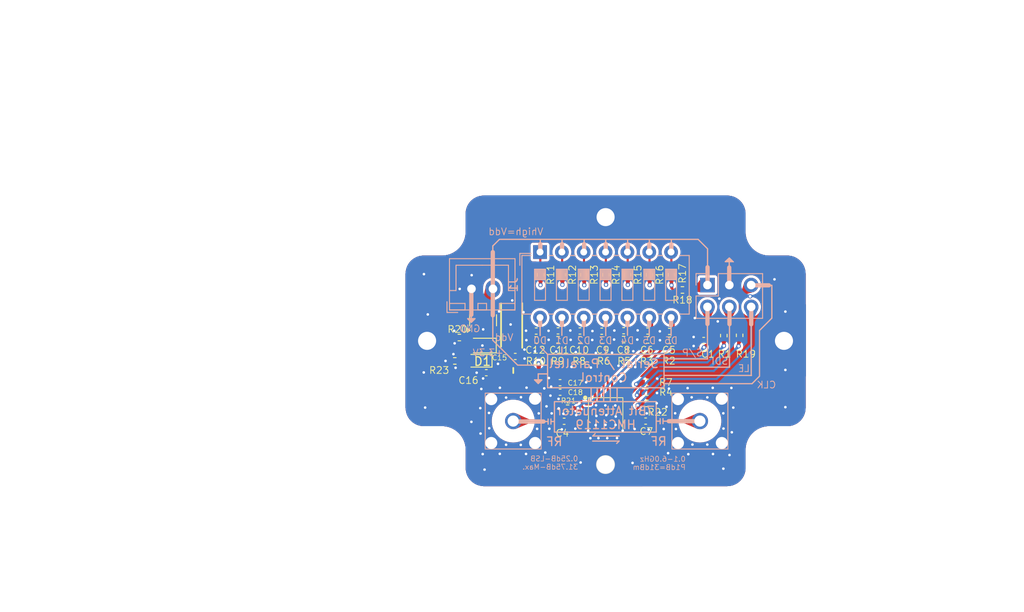
<source format=kicad_pcb>
(kicad_pcb (version 20240108) (generator "pcbnew") (generator_version "8.0")
  (layers (0 "F.Cu" signal) (1 "In1.Cu" signal) (2 "In2.Cu" signal) (31 "B.Cu" signal) (34 "B.Paste" user) (35 "F.Paste" user) (36 "B.SilkS" user "B.Silkscreen") (37 "F.SilkS" user "F.Silkscreen") (38 "B.Mask" user) (39 "F.Mask" user) (44 "Edge.Cuts" user))
  (net 0 "")
  (net 1 "/P{slash}S")
  (net 2 "GND")
  (net 3 "Net-(IC1-ATTNIN)")
  (net 4 "Net-(C4-Pad2)")
  (net 5 "Net-(IC1-D6)")
  (net 6 "Net-(IC1-D5)")
  (net 7 "Net-(IC1-ATTNOUT)")
  (net 8 "Net-(C7-Pad2)")
  (net 9 "Net-(IC1-D4)")
  (net 10 "Net-(IC1-D3)")
  (net 11 "Net-(IC1-D2)")
  (net 12 "Net-(IC1-D1)")
  (net 13 "Net-(IC1-D0)")
  (net 14 "Net-(IC1-CLK)")
  (net 15 "Net-(IC1-SERNIN)")
  (net 16 "/CLK")
  (net 17 "/DATAIN")
  (net 18 "Net-(J1-Pin_3)")
  (net 19 "Net-(J1-Pin_6)")
  (net 20 "Net-(J1-Pin_1)")
  (net 21 "Net-(J1-Pin_2)")
  (net 22 "Net-(J1-Pin_7)")
  (net 23 "Net-(J1-Pin_4)")
  (net 24 "Net-(J1-Pin_5)")
  (net 25 "/LE")
  (net 26 "Net-(J5-Pin_1)")
  (net 27 "Net-(D1-K)")
  (net 28 "/Vdd")
  (net 29 "Net-(D1-A)")
  (net 30 "Net-(D3-A)")
  (net 31 "Net-(J2-Pin_2)")
  (footprint "Capacitor_SMD:C_0402_1005Metric" (layer "F.Cu") (at 166.153 99.673201 180)
    (property "Reference" "C1")
    (property "Value" "100pF")
  )
  (footprint "Resistor_SMD:R_0402_1005Metric" (layer "F.Cu") (at 162.402999 92.023201 -90)
    (property "Reference" "R17")
    (property "Value" "1k")
  )
  (footprint "Resistor_SMD:R_0402_1005Metric" (layer "F.Cu") (at 159.634599 99.606001)
    (property "Reference" "R3")
    (property "Value" "100k")
  )
  (footprint "Resistor_SMD:R_0402_1005Metric" (layer "F.Cu") (at 170.33 99.073201 90)
    (property "Reference" "R19")
    (property "Value" "0")
  )
  (footprint "Capacitor_SMD:C_0402_1005Metric" (layer "F.Cu") (at 154.293 98.593201 180)
    (property "Reference" "C9")
    (property "Value" "100pF")
  )
  (footprint "Capacitor_SMD:C_0402_1005Metric" (layer "F.Cu") (at 156.842999 98.533201 180)
    (property "Reference" "C8")
    (property "Value" "100pF")
  )
  (footprint "MUSIC_Lab:Outline_3x2_cavity_1.5mm" (layer "F.Cu") (at 84.57306 125.195121)
    (property "Reference" "outline1" (hide yes))
    (property "Value" "~" (hide yes))
    (fp_circle (center 70.163748 -11.081921) (end 70.163748 -12.131921) (stroke (width 0.1)) (fill none) (layer "Edge.Cuts"))
    (fp_poly (pts (arc (start 53.907539 -10.683414) (mid 54.522614 -9.198523) (end 56.007491 -8.583414)) (arc (start 84.347539 -8.583413) (mid 85.832429 -9.198514) (end 86.447539 -10.683401)) (arc (start 86.447539 -12.783401) (mid 87.267035 -14.754369) (end 89.242316 -15.563414)) (arc (start 91.327539 -15.563414) (mid 92.812429 -16.178514) (end 93.427539 -17.663401)) (arc (start 93.427539 -33.319696) (mid 92.806647 -34.794049) (end 91.327491 -35.403414)) (arc (start 89.227491 -35.403414) (mid 87.26178 -36.217689) (end 86.447539 -38.183414)) (arc (start 86.447539 -40.266906) (mid 85.838239 -41.762457) (end 84.347491 -42.383415)) (arc (start 55.994958 -42.383414) (mid 54.518224 -41.763835) (end 53.907539 -40.283401)) (arc (start 53.907539 -38.1834) (mid 53.093262 -36.217681) (end 51.127539 -35.403414)) (arc (start 49.014958 -35.403414) (mid 47.538224 -34.783835) (end 46.927539 -33.303401)) (arc (start 46.927539 -17.663414) (mid 47.542614 -16.178523) (end 49.027491 -15.563414)) (arc (start 51.127391 -15.563414) (mid 53.086569 -14.755788) (end 53.907539 -12.802164))) (stroke (width 0.0001)) (fill none) (layer "Edge.Cuts"))
  )
  (footprint "Resistor_SMD:R_0402_1005Metric" (layer "F.Cu") (at 150.333001 107.553201)
    (property "Reference" "R21")
    (property "Value" "100k")
  )
  (footprint "Capacitor_SMD:C_0402_1005Metric" (layer "F.Cu") (at 140.87 103.42)
    (property "Reference" "C16")
    (property "Value" "1uF")
  )
  (footprint "Resistor_SMD:R_0402_1005Metric" (layer "F.Cu") (at 137.21 102.05)
    (property "Reference" "R23")
    (property "Value" "10 kohm")
  )
  (footprint "Resistor_SMD:R_0402_1005Metric" (layer "F.Cu") (at 137.74 99.33)
    (property "Reference" "R20")
    (property "Value" "10 kohm")
  )
  (footprint "MUSIC_Lab:TVS DIOM5226X230N" (layer "F.Cu") (at 143.88 97.95 90)
    (property "Reference" "D2" (hide yes))
    (property "Value" "TVS SMAJ3.3A-TP" (hide yes))
  )
  (footprint "Package_TO_SOT_SMD:SOT-23" (layer "F.Cu") (at 140.5 97.317501 90)
    (property "Reference" "Q1" (hide yes))
    (property "Value" "Q_PMOS_GSD")
  )
  (footprint "Capacitor_SMD:C_0402_1005Metric" (layer "F.Cu") (at 144.24 101.53 180)
    (property "Reference" "C15")
    (property "Value" "10 uF")
  )
  (footprint "MUSIC_Lab:Bead0603 BEADC1608X100N" (layer "F.Cu") (at 144.01 103.16)
    (property "Reference" "FB1" (hide yes))
    (property "Value" "Bead MG1608-152Y" (hide yes))
  )
  (footprint "Resistor_SMD:R_0402_1005Metric" (layer "F.Cu") (at 147.182999 92.023201 -90)
    (property "Reference" "R11")
    (property "Value" "1k")
  )
  (footprint "Resistor_SMD:R_0402_1005Metric" (layer "F.Cu") (at 159.553001 104.543201 180)
    (property "Reference" "R7")
    (property "Value" "100k")
  )
  (footprint "Capacitor_SMD:C_0402_1005Metric" (layer "F.Cu") (at 162.163 98.6132 180)
    (property "Reference" "C5")
    (property "Value" "100pF")
  )
  (footprint "Capacitor_SMD:C_0402_1005Metric" (layer "F.Cu") (at 159.402599 109.049601)
    (property "Reference" "C7")
    (property "Value" "100pF")
  )
  (footprint "Resistor_SMD:R_0402_1005Metric" (layer "F.Cu") (at 168.492999 99.1032 90)
    (property "Reference" "R1")
    (property "Value" "0")
  )
  (footprint "Resistor_SMD:R_0402_1005Metric" (layer "F.Cu") (at 154.294599 99.626001)
    (property "Reference" "R6")
    (property "Value" "100k")
  )
  (footprint "Capacitor_SMD:C_0402_1005Metric" (layer "F.Cu") (at 149.923 109.0732 180)
    (property "Reference" "C4")
    (property "Value" "100pF")
  )
  (footprint "Resistor_SMD:R_0402_1005Metric" (layer "F.Cu") (at 146.674599 99.606)
    (property "Reference" "R10")
    (property "Value" "100k")
  )
  (footprint "LED_SMD:LED_0603_1608Metric_Pad1.05x0.95mm_HandSolder" (layer "F.Cu") (at 139.88 102.03 180)
    (property "Reference" "D3" (hide yes))
    (property "Value" "LED")
  )
  (footprint "Resistor_SMD:R_0402_1005Metric" (layer "F.Cu") (at 162.164599 99.646001)
    (property "Reference" "R2")
    (property "Value" "100k")
  )
  (footprint "Capacitor_SMD:C_0402_1005Metric" (layer "F.Cu") (at 159.632999 98.573201 180)
    (property "Reference" "C6")
    (property "Value" "100pF")
  )
  (footprint "Resistor_SMD:R_0402_1005Metric" (layer "F.Cu") (at 152.256335 92.023201 -90)
    (property "Reference" "R13")
    (property "Value" "1k")
  )
  (footprint "Resistor_SMD:R_0402_1005Metric" (layer "F.Cu") (at 163.68 93.79 180)
    (property "Reference" "R18")
    (property "Value" "1k")
  )
  (footprint "MUSIC_Lab:Antennuator-HMC1119-QFN50P400X400X95-25N-D" (layer "F.Cu") (at 154.7506 108.326001)
    (property "Reference" "IC1" (hide yes))
    (property "Value" "HMC1119LP4METR" (hide yes))
  )
  (footprint "Resistor_SMD:R_0402_1005Metric" (layer "F.Cu") (at 157.329668 92.023201 -90)
    (property "Reference" "R15")
    (property "Value" "1k")
  )
  (footprint "Capacitor_SMD:C_0402_1005Metric" (layer "F.Cu") (at 149.46 105.69)
    (property "Reference" "C18")
    (property "Value" "0.1nF")
  )
  (footprint "Resistor_SMD:R_0402_1005Metric" (layer "F.Cu") (at 154.793001 92.023201 -90)
    (property "Reference" "R14")
    (property "Value" "1k")
  )
  (footprint "Capacitor_SMD:C_0402_1005Metric" (layer "F.Cu") (at 149.45 104.58)
    (property "Reference" "C17")
    (property "Value" "0.1 uF")
  )
  (footprint "Resistor_SMD:R_0402_1005Metric" (layer "F.Cu") (at 159.532999 105.673201 180)
    (property "Reference" "R4")
    (property "Value" "100k")
  )
  (footprint "Resistor_SMD:R_0402_1005Metric" (layer "F.Cu") (at 149.719669 92.023201 -90)
    (property "Reference" "R12")
    (property "Value" "1k")
  )
  (footprint "Capacitor_SMD:C_0402_1005Metric" (layer "F.Cu") (at 146.672999 98.573201 180)
    (property "Reference" "C12")
    (property "Value" "100pF")
  )
  (footprint "Diode_SMD:D_SOD-323" (layer "F.Cu") (at 140.42 100.26 180)
    (property "Reference" "D1")
    (property "Value" "D_Schottky")
  )
  (footprint "Resistor_SMD:R_0402_1005Metric" (layer "F.Cu") (at 149.2146 99.586)
    (property "Reference" "R9")
    (property "Value" "100k")
  )
  (footprint "Resistor_SMD:R_0402_1005Metric" (layer "F.Cu") (at 156.8446 99.566001)
    (property "Reference" "R5")
    (property "Value" "100k")
  )
  (footprint "Resistor_SMD:R_0402_1005Metric" (layer "F.Cu") (at 151.764599 99.591)
    (property "Reference" "R8")
    (property "Value" "100k")
  )
  (footprint "Resistor_SMD:R_0402_1005Metric" (layer "F.Cu") (at 159.542999 106.993201 180)
    (property "Reference" "R22")
    (property "Value" "100k")
  )
  (footprint "Resistor_SMD:R_0402_1005Metric" (layer "F.Cu") (at 159.866333 92.023201 -90)
    (property "Reference" "R16")
    (property "Value" "1k")
  )
  (footprint "Capacitor_SMD:C_0402_1005Metric" (layer "F.Cu") (at 149.212999 98.553201 180)
    (property "Reference" "C11")
    (property "Value" "100pF")
  )
  (footprint "Capacitor_SMD:C_0402_1005Metric" (layer "F.Cu") (at 151.763 98.563201 180)
    (property "Reference" "C10")
    (property "Value" "100pF")
  )
  (footprint "Connector_PinHeader_2.54mm:PinHeader_2x03_P2.54mm_Vertical" (layer "B.Cu") (at 166.59 93.22 -90)
    (property "Reference" "J5" (hide yes))
    (property "Value" "Conn_02x03_Odd_Even")
  )
  (footprint "MUSIC_Lab:SMA_KHD_Back" (layer "B.Cu") (at 143.9984 109.049601 -90)
    (property "Reference" "SMA1" (hide yes))
    (property "Value" "~" (hide yes))
  )
  (footprint "Connector_JST:JST_XH_B2B-XH-A_1x02_P2.50mm_Vertical" (layer "B.Cu") (at 139.15 93.66)
    (property "Reference" "J2" (hide yes))
    (property "Value" "Conn_01x02_Pin")
  )
  (footprint "MUSIC_Lab:SMA_KHD_Back" (layer "B.Cu") (at 165.710799 109.049601 -90)
    (property "Reference" "SMA2" (hide yes))
    (property "Value" "~" (hide yes))
  )
  (footprint "Button_Switch_THT:SW_DIP_SPSTx07_Slide_6.7x19.34mm_W7.62mm_P2.54mm_LowProfile" (layer "B.Cu") (at 147.12 89.38 -90)
    (property "Reference" "J1")
    (property "Value" "Conn_02x07_Counter_Clockwise")
  )
  (gr_line (start 159.82 97.8975) (end 159.82 99.1) (stroke (width 0.15)) (layer "B.SilkS"))
  (gr_line (start 149.68 88.455) (end 149.68 87.97) (stroke (width 0.15)) (layer "B.SilkS"))
  (gr_line (start 148.39 108.805) (end 148.39 109.395) (stroke (width 0.15)) (layer "B.SilkS"))
  (gr_line (start 169.15 95.75) (end 169.15 97.77) (stroke (width 0.5)) (layer "B.SilkS"))
  (gr_line (start 166.59 101.82) (end 166.59 97.37) (stroke (width 0.15)) (layer "B.SilkS"))
  (gr_line (start 169.16 102.776666) (end 161.5673 102.776666) (stroke (width 0.15)) (layer "B.SilkS"))
  (gr_line (start 174.078601 97.07) (end 174.078601 93.25) (stroke (width 0.15)) (layer "B.SilkS"))
  (gr_line (start 154.76 97.905) (end 154.76 99.11) (stroke (width 0.15)) (layer "B.SilkS"))
  (gr_line (start 141.63 96.28) (end 141.63 99.650701) (stroke (width 0.15)) (layer "B.SilkS"))
  (gr_line (start 166.605 89.005) (end 165.5 87.9) (stroke (width 0.15)) (layer "B.SilkS"))
  (gr_line (start 165.8 109.06) (end 162.09 109.06) (stroke (width 0.5)) (layer "B.SilkS"))
  (gr_line (start 146.9118 103.56) (end 146.9118 104.601402) (stroke (width 0.15)) (layer "B.SilkS"))
  (gr_line (start 141.63 89.39) (end 141.63 96.74) (stroke (width 0.5)) (layer "B.SilkS"))
  (gr_line (start 166.599999 91.15) (end 166.599999 93.27) (stroke (width 0.5)) (layer "B.SilkS"))
  (gr_line (start 157.31 88.475) (end 157.31 89.445) (stroke (width 0.5)) (layer "B.SilkS"))
  (gr_line (start 147.15 88.455) (end 147.15 87.97) (stroke (width 0.15)) (layer "B.SilkS"))
  (gr_line (start 152.22 101.2625) (end 152.22 100.44) (stroke (width 0.15)) (layer "B.SilkS"))
  (gr_line (start 156.322536 110.787463) (end 153.252536 110.787463) (stroke (width 0.15)) (layer "B.SilkS"))
  (gr_line (start 166.59 95.76) (end 166.59 97.75) (stroke (width 0.5)) (layer "B.SilkS"))
  (gr_line (start 169.119999 91.293601) (end 169.119999 90.5) (stroke (width 0.15)) (layer "B.SilkS"))
  (gr_line (start 169.15 102.78) (end 169.15 97.36) (stroke (width 0.15)) (layer "B.SilkS"))
  (gr_line (start 154.520501 106.76) (end 154.520501 105.2) (stroke (width 0.15)) (layer "B.SilkS"))
  (gr_line (start 147.97 103.56) (end 146.92 103.56) (stroke (width 0.15)) (layer "B.SilkS"))
  (gr_line (start 157.29 97.8875) (end 157.29 99.07) (stroke (width 0.15)) (layer "B.SilkS"))
  (gr_poly (pts (xy 169.57 90.5) (xy 168.659999 90.5) (xy 169.13 90.068199)) (stroke (width 0.15)) (fill solid) (layer "B.SilkS"))
  (gr_line (start 171.71 103.737633) (end 161.5673 103.737633) (stroke (width 0.15)) (layer "B.SilkS"))
  (gr_line (start 147.13 97.8675) (end 147.13 96.8975) (stroke (width 0.5)) (layer "B.SilkS"))
  (gr_poly (pts (xy 146.48 104.25) (xy 147.3436 104.25) (xy 146.911799 104.681801)) (stroke (width 0.15)) (fill solid) (layer "B.SilkS"))
  (gr_line (start 162.36 97.8975) (end 162.36 96.9275) (stroke (width 0.5)) (layer "B.SilkS"))
  (gr_line (start 147.52 109.100401) (end 144.14 109.100401) (stroke (width 0.5)) (layer "B.SilkS"))
  (gr_line (start 154.76 88.435) (end 154.76 89.405) (stroke (width 0.5)) (layer "B.SilkS"))
  (gr_line (start 166.6 101.815699) (end 161.5673 101.815699) (stroke (width 0.15)) (layer "B.SilkS"))
  (gr_line (start 154.76 97.905) (end 154.76 96.935) (stroke (width 0.5)) (layer "B.SilkS"))
  (gr_line (start 149.68 88.455) (end 149.68 89.425) (stroke (width 0.5)) (layer "B.SilkS"))
  (gr_line (start 139.129999 93.69) (end 139.129999 96.67) (stroke (width 0.5)) (layer "B.SilkS"))
  (gr_line (start 157.29 101.2625) (end 157.29 100.4) (stroke (width 0.15)) (layer "B.SilkS"))
  (gr_line (start 148.06 108.815) (end 148.06 109.405) (stroke (width 0.15)) (layer "B.SilkS"))
  (gr_line (start 159.83 88.455) (end 159.83 87.94) (stroke (width 0.15)) (layer "B.SilkS"))
  (gr_line (start 147.999499 101.2786) (end 147.172889 100.45199) (stroke (width 0.15)) (layer "B.SilkS"))
  (gr_line (start 155.295202 106.78) (end 155.295202 105.19) (stroke (width 0.15)) (layer "B.SilkS"))
  (gr_line (start 173.73 93.25) (end 171.635 93.25) (stroke (width 0.5)) (layer "B.SilkS"))
  (gr_line (start 171.77 104.6986) (end 161.58 104.6986) (stroke (width 0.15)) (layer "B.SilkS"))
  (gr_line (start 162.39 88.47) (end 162.39 89.44) (stroke (width 0.5)) (layer "B.SilkS"))
  (gr_line (start 156.037609 111.65239) (end 156.312536 111.377463) (stroke (width 0.15)) (layer "B.SilkS"))
  (gr_line (start 152.22 97.8875) (end 152.22 96.9175) (stroke (width 0.5)) (layer "B.SilkS"))
  (gr_line (start 156.312536 111.377463) (end 153.242536 111.377463) (stroke (width 0.15)) (layer "B.SilkS"))
  (gr_line (start 159.82 97.8975) (end 159.82 96.9275) (stroke (width 0.5)) (layer "B.SilkS"))
  (gr_line (start 149.66 97.8575) (end 149.66 96.8875) (stroke (width 0.5)) (layer "B.SilkS"))
  (gr_line (start 162.364309 100.45199) (end 161.537699 101.2786) (stroke (width 0.15)) (layer "B.SilkS"))
  (gr_line (start 144.523046 102.543747) (end 141.63 99.650701) (stroke (width 0.15)) (layer "B.SilkS"))
  (gr_line (start 147.15 88.455) (end 147.15 89.425) (stroke (width 0.5)) (layer "B.SilkS"))
  (gr_line (start 149.66 97.8575) (end 149.66 99.07) (stroke (width 0.15)) (layer "B.SilkS"))
  (gr_line (start 153.527463 110.512536) (end 153.252536 110.787463) (stroke (width 0.15)) (layer "B.SilkS"))
  (gr_poly (pts (xy 138.7 97.13) (xy 139.5636 97.13) (xy 139.131799 97.561801)) (stroke (width 0.15)) (fill solid) (layer "B.SilkS"))
  (gr_line (start 162.36 97.8975) (end 162.36 99.1) (stroke (width 0.15)) (layer "B.SilkS"))
  (gr_line (start 172.642452 103.83) (end 172.642452 98.506149) (stroke (width 0.15)) (layer "B.SilkS"))
  (gr_line (start 171.68 95.745) (end 171.68 97.78) (stroke (width 0.5)) (layer "B.SilkS"))
  (gr_line (start 142.384999 87.914286) (end 141.651883 88.647402) (stroke (width 0.15)) (layer "B.SilkS"))
  (gr_line (start 169.119999 91.18) (end 169.119999 93.21) (stroke (width 0.5)) (layer "B.SilkS"))
  (gr_line (start 161.5 109.06) (end 162.09 109.06) (stroke (width 0.15)) (layer "B.SilkS"))
  (gr_line (start 161.09 109.06) (end 160.69 109.06) (stroke (width 0.15)) (layer "B.SilkS"))
  (gr_line (start 153.7712 106.77) (end 153.7712 105.19) (stroke (width 0.15)) (layer "B.SilkS"))
  (gr_line (start 147.98 109.1) (end 147.28 109.1) (stroke (width 0.15)) (layer "B.SilkS"))
  (gr_line (start 159.82 101.2725) (end 159.82 100.38) (stroke (width 0.15)) (layer "B.SilkS"))
  (gr_line (start 139.1318 96.44) (end 139.1318 97.481402) (stroke (width 0.15)) (layer "B.SilkS"))
  (gr_poly (pts (xy 148.7952 110.3348) (xy 148.7952 106.79) (xy 160.6334 106.79) (xy 160.633401 110.334801)) (stroke (width 0.15)) (fill none) (layer "B.SilkS"))
  (gr_line (start 165.5 87.9) (end 142.44 87.9) (stroke (width 0.15)) (layer "B.SilkS"))
  (gr_line (start 157.31 88.475) (end 157.31 87.97) (stroke (width 0.15)) (layer "B.SilkS"))
  (gr_line (start 152.25 88.455) (end 152.25 87.97) (stroke (width 0.15)) (layer "B.SilkS"))
  (gr_line (start 153.06 106.79) (end 153.06 105.17) (stroke (width 0.15)) (layer "B.SilkS"))
  (gr_line (start 157.29 97.8875) (end 157.29 96.9175) (stroke (width 0.5)) (layer "B.SilkS"))
  (gr_line (start 147.13 97.8675) (end 147.13 99.09) (stroke (width 0.15)) (layer "B.SilkS"))
  (gr_line (start 173.285 93.25) (end 174.078601 93.25) (stroke (width 0.15)) (layer "B.SilkS"))
  (gr_line (start 172.621801 103.846799) (end 171.77 104.6986) (stroke (width 0.15)) (layer "B.SilkS"))
  (gr_line (start 152.25 88.455) (end 152.25 89.425) (stroke (width 0.5)) (layer "B.SilkS"))
  (gr_line (start 159.83 88.455) (end 159.83 89.425) (stroke (width 0.5)) (layer "B.SilkS"))
  (gr_line (start 171.68 103.75) (end 171.68 97.355) (stroke (width 0.15)) (layer "B.SilkS"))
  (gr_poly (pts (xy 161.5377 105.17) (xy 147.9995 105.17) (xy 147.999499 101.2786) (xy 161.537699 101.2786)) (stroke (width 0.15)) (fill none) (layer "B.SilkS"))
  (gr_line (start 154.76 101.28) (end 154.76 100.43) (stroke (width 0.15)) (layer "B.SilkS"))
  (gr_line (start 141.63 90.990357) (end 141.63 88.649643) (stroke (width 0.15)) (layer "B.SilkS"))
  (gr_line (start 174.078601 97.07) (end 172.642452 98.506149) (stroke (width 0.15)) (layer "B.SilkS"))
  (gr_line (start 152.22 97.8875) (end 152.22 99.09) (stroke (width 0.15)) (layer "B.SilkS"))
  (gr_line (start 149.66 101.2325) (end 149.66 100.44) (stroke (width 0.15)) (layer "B.SilkS"))
  (gr_line (start 154.76 88.435) (end 154.76 87.98) (stroke (width 0.15)) (layer "B.SilkS"))
  (gr_line (start 148.44 109.1) (end 148.77 109.1) (stroke (width 0.15)) (layer "B.SilkS"))
  (gr_line (start 162.39 88.47) (end 162.39 87.93) (stroke (width 0.15)) (layer "B.SilkS"))
  (gr_line (start 166.599999 91.54) (end 166.599999 89.05) (stroke (width 0.15)) (layer "B.SilkS"))
  (gr_line (start 161.42 108.765) (end 161.42 109.355) (stroke (width 0.15)) (layer "B.SilkS"))
  (gr_line (start 147.98 102.54) (end 144.58 102.54) (stroke (width 0.15)) (layer "B.SilkS"))
  (gr_line (start 156.082601 106.77) (end 156.082601 105.19) (stroke (width 0.15)) (layer "B.SilkS"))
  (gr_line (start 161.09 108.775) (end 161.09 109.365) (stroke (width 0.15)) (layer "B.SilkS"))
  (gr_text "D3\n" (at 155.586668 100.15 0) (layer "B.SilkS") (effects (font (size 0.8 0.8) (thickness 0.1)) (justify left bottom mirror)))
  (gr_text "D6" (at 163.19667 100.15 0) (layer "B.SilkS") (effects (font (size 0.8 0.8) (thickness 0.1)) (justify left bottom mirror)))
  (gr_text "D0" (at 147.97667 100.15 0) (layer "B.SilkS") (effects (font (size 0.8 0.8) (thickness 0.1)) (justify left bottom mirror)))
  (gr_text "Vhigh=Vdd" (at 147.56 87.47 0) (layer "B.SilkS") (effects (font (size 0.8 0.8) (thickness 0.1)) (justify left bottom mirror)))
  (gr_text "Vdd" (at 144.08 99.78 0) (layer "B.SilkS") (effects (font (size 0.8 0.8) (thickness 0.1)) (justify left bottom mirror)))
  (gr_text "0.1-6.0GHz\nP1dB=31dBm" (at 164.1 114.78 0) (layer "B.SilkS") (effects (font (size 0.6 0.6) (thickness 0.08)) (justify left bottom mirror)))
  (gr_text "S/P" (at 166.09 101.5686 0) (layer "B.SilkS") (effects (font (size 0.8 0.8) (thickness 0.1)) (justify left bottom mirror)))
  (gr_text "7Bit Attenuator\nHMC1119" (at 154.75 110.06 0) (layer "B.SilkS") (effects (font (size 1 1)) (justify bottom mirror)))
  (gr_text "RF" (at 149.81 112.03 0) (layer "B.SilkS") (effects (font (size 1 1)) (justify left bottom mirror)))
  (gr_text "SDI" (at 169.06 102.54 0) (layer "B.SilkS") (effects (font (size 0.8 0.8) (thickness 0.1)) (justify left bottom mirror)))
  (gr_text "GND" (at 140.24 98.76 0) (layer "B.SilkS") (effects (font (size 0.8 0.8) (thickness 0.1)) (justify left bottom mirror)))
  (gr_text "D2" (at 153.050002 100.15 0) (layer "B.SilkS") (effects (font (size 0.8 0.8) (thickness 0.1)) (justify left bottom mirror)))
  (gr_text "LE" (at 171.58 103.3886 0) (layer "B.SilkS") (effects (font (size 0.8 0.8) (thickness 0.1)) (justify left bottom mirror)))
  (gr_text "D1" (at 150.513336 100.15 0) (layer "B.SilkS") (effects (font (size 0.8 0.8) (thickness 0.1)) (justify left bottom mirror)))
  (gr_text "Serial / Parallel\nControl" (at 154.54 104.565599 0) (layer "B.SilkS") (effects (font (size 1 1)) (justify bottom mirror)))
  (gr_text "RF" (at 161.94 112 0) (layer "B.SilkS") (effects (font (size 1 1)) (justify left bottom mirror)))
  (gr_text "0.25dB-LSB\n31.75dB-Max." (at 151.59 114.74 0) (layer "B.SilkS") (effects (font (size 0.6 0.6) (thickness 0.08)) (justify left bottom mirror)))
  (gr_text "CLK" (at 174.63 105.2986 0) (layer "B.SilkS") (effects (font (size 0.8 0.8) (thickness 0.1)) (justify left bottom mirror)))
  (gr_text "D4" (at 158.123334 100.15 0) (layer "B.SilkS") (effects (font (size 0.8 0.8) (thickness 0.1)) (justify left bottom mirror)))
  (gr_text "+3.3V" (at 142.94 101.56 0) (layer "B.SilkS") (effects (font (size 0.8 0.8) (thickness 0.1)) (justify left bottom mirror)))
  (gr_text "D5" (at 160.66 100.15 0) (layer "B.SilkS") (effects (font (size 0.8 0.8) (thickness 0.1)) (justify left bottom mirror)))
  (segment (start 166.633001 95.803001) (end 166.59 95.76) (width 0.25) (layer "F.Cu") (net 1))
  (segment (start 151.526477 107.553201) (end 150.842999 107.553201) (width 0.25) (layer "F.Cu") (net 1))
  (segment (start 151.513 107.566678) (end 151.531485 107.548192) (width 0.25) (layer "F.Cu") (net 1))
  (segment (start 152.022322 108.076) (end 151.513 107.566678) (width 0.25) (layer "F.Cu") (net 1))
  (segment (start 166.59 95.76) (end 166.581201 95.76) (width 0.25) (layer "F.Cu") (net 1))
  (segment (start 166.19 100.47) (end 166.633001 100.026999) (width 0.25) (layer "F.Cu") (net 1))
  (segment (start 151.531485 107.548192) (end 151.526477 107.553201) (width 0.25) (layer "F.Cu") (net 1))
  (segment (start 152.7506 108.076) (end 152.022322 108.076) (width 0.25) (layer "F.Cu") (net 1))
  (segment (start 166.633001 100.026999) (end 166.633001 95.803001) (width 0.25) (layer "F.Cu") (net 1))
  (segment (start 166.581201 95.76) (end 166.573 95.768201) (width 0.25) (layer "F.Cu") (net 1))
  (via (at 151.531485 107.548192) (size 0.5) (drill 0.3) (layers "F.Cu" "B.Cu") (net 1))
  (via (at 166.19 100.47) (size 0.5) (drill 0.3) (layers "F.Cu" "B.Cu") (net 1))
  (segment (start 165.426799 101.233201) (end 158.682999 101.233201) (width 0.25) (layer "B.Cu") (net 1))
  (segment (start 152.922999 106.993201) (end 152.086477 106.993201) (width 0.25) (layer "B.Cu") (net 1))
  (segment (start 158.682999 101.233201) (end 152.922999 106.993201) (width 0.25) (layer "B.Cu") (net 1))
  (segment (start 152.086477 106.993201) (end 151.531485 107.548192) (width 0.25) (layer "B.Cu") (net 1))
  (segment (start 166.19 100.47) (end 165.426799 101.233201) (width 0.25) (layer "B.Cu") (net 1))
  (segment (start 154.500599 108.576001) (end 154.7506 108.326001) (width 0.3) (layer "F.Cu") (net 2))
  (segment (start 154.777799 108.3532) (end 154.7506 108.326001) (width 0.3) (layer "F.Cu") (net 2))
  (segment (start 155.000599 108.576) (end 154.823 108.398401) (width 0.3) (layer "F.Cu") (net 2))
  (segment (start 152.7178 108.543201) (end 150.813 108.543201) (width 0.25) (layer "F.Cu") (net 2))
  (segment (start 154.823 108.398401) (end 154.823 108.3532) (width 0.3) (layer "F.Cu") (net 2))
  (segment (start 152.7506 108.576) (end 154.500599 108.576001) (width 0.3) (layer "F.Cu") (net 2))
  (segment (start 156.783399 108.543201) (end 158.503 108.543201) (width 0.25) (layer "F.Cu") (net 2))
  (segment (start 156.7506 108.576) (end 156.783399 108.543201) (width 0.25) (layer "F.Cu") (net 2))
  (segment (start 156.7506 108.576) (end 155.000599 108.576) (width 0.3) (layer "F.Cu") (net 2))
  (segment (start 154.823 108.3532) (end 154.777799 108.3532) (width 0.3) (layer "F.Cu") (net 2))
  (segment (start 150.813 108.543201) (end 149.823 107.553199) (width 0.25) (layer "F.Cu") (net 2))
  (segment (start 158.503 108.543201) (end 160.053 106.993201) (width 0.25) (layer "F.Cu") (net 2))
  (segment (start 152.7506 108.576) (end 152.7178 108.543201) (width 0.25) (layer "F.Cu") (net 2))
  (via (at 156.733 110.163201) (size 0.5) (drill 0.3) (layers "F.Cu" "B.Cu") (net 2))
  (via (at 141.182999 108.103201) (size 0.5) (drill 0.3) (layers "F.Cu" "B.Cu") (net 2))
  (via (at 167.202999 105.183201) (size 0.5) (drill 0.3) (layers "F.Cu" "B.Cu") (net 2))
  (via (at 159.532999 108.153201) (size 0.5) (drill 0.3) (layers "F.Cu" "B.Cu") (net 2))
  (via (at 149.653 110.013201) (size 0.5) (drill 0.3) (layers "F.Cu" "B.Cu") (net 2))
  (via (at 169.592999 107.483201) (size 0.5) (drill 0.3) (layers "F.Cu" "B.Cu") (net 2))
  (via (at 137.19 100) (size 0.5) (drill 0.3) (layers "F.Cu" "B.Cu") (net 2))
  (via (at 158.433 99.5732) (size 0.5) (drill 0.3) (layers "F.Cu" "B.Cu") (net 2))
  (via (at 145.533 99.6332) (size 0.5) (drill 0.3) (layers "F.Cu" "B.Cu") (net 2))
  (via (at 175.65 107.43) (size 0.5) (drill 0.3) (layers "F.Cu" "B.Cu") (net 2))
  (via (at 147.612999 105.243201) (size 0.5) (drill 0.3) (layers "F.Cu" "B.Cu") (net 2))
  (via (at 153.212999 98.573201) (size 0.5) (drill 0.3) (layers "F.Cu" "B.Cu") (net 2))
  (via (at 171.552999 94.533201) (size 0.5) (drill 0.3) (layers "F.Cu" "B.Cu") (net 2))
  (via (at 166.572999 106.2932) (size 0.5) (drill 0.3) (layers "F.Cu" "B.Cu") (net 2))
  (via (at 143.89 95.01) (size 0.5) (drill 0.3) (layers "F.Cu" "B.Cu") (net 2))
  (via (at 152.972999 111.043201) (size 0.5) (drill 0.3) (layers "F.Cu" "B.Cu") (net 2))
  (via (at 164.752999 106.283201) (size 0.5) (drill 0.3) (layers "F.Cu" "B.Cu") (net 2))
  (via (at 144.903 106.2732) (size 0.5) (drill 0.3) (layers "F.Cu" "B.Cu") (net 2))
  (via (at 155.872999 107.2332) (size 0.5) (drill 0.3) (layers "F.Cu" "B.Cu") (net 2))
  (via (at 156.242999 102.6132) (size 0.5) (drill 0.3) (layers "F.Cu" "B.Cu") (net 2))
  (via (at 153.913 111.033201) (size 0.5) (drill 0.3) (layers "F.Cu" "B.Cu") (net 2))
  (via (at 137.05 101.26) (size 0.5) (drill 0.3) (layers "F.Cu" "B.Cu") (net 2))
  (via (at 155.922999 108.523201) (size 0.5) (drill 0.3) (layers "F.Cu" "B.Cu") (net 2))
  (via (at 142.442999 112.863201) (size 0.5) (drill 0.3) (layers "F.Cu" "B.Cu") (net 2))
  (via (at 148.15 104.04) (size 0.5) (drill 0.3) (layers "F.Cu" "B.Cu") (net 2))
  (via (at 154.733001 109.493201) (size 0.5) (drill 0.3) (layers "F.Cu" "B.Cu") (net 2))
  (via (at 175.65 103.1) (size 0.5) (drill 0.3) (layers "F.Cu" "B.Cu") (net 2))
  (via (at 167.97 94.8) (size 0.5) (drill 0.3) (layers "F.Cu" "B.Cu") (net 2))
  (via (at 167.232999 112.883201) (size 0.5) (drill 0.3) (layers "F.Cu" "B.Cu") (net 2))
  (via (at 164.983 99.2632) (size 0.5) (drill 0.3) (layers "F.Cu" "B.Cu") (net 2))
  (via (at 133.62 91.95) (size 0.5) (drill 0.3) (layers "F.Cu" "B.Cu") (net 2))
  (via (at 149.272999 106.463201) (size 0.5) (drill 0.3) (layers "F.Cu" "B.Cu") (net 2))
  (via (at 145.552999 105.1632) (size 0.5) (drill 0.3) (layers "F.Cu" "B.Cu") (net 2))
  (via (at 148.113 98.5432) (size 0.5) (drill 0.3) (layers "F.Cu" "B.Cu") (net 2))
  (via (at 161.082999 108.073201) (size 0.5) (drill 0.3) (layers "F.Cu" "B.Cu") (net 2))
  (via (at 167.79 97.45) (size 0.5) (drill 0.3) (layers "F.Cu" "B.Cu") (net 2))
  (via (at 162.923 109.9732) (size 0.5) (drill 0.3) (layers "F.Cu" "B.Cu") (net 2))
  (via (at 137.78 93.67) (size 0.5) (drill 0.3) (layers "F.Cu" "B.Cu") (net 2))
  (via (at 153.613 101.1232) (size 0.5) (drill 0.3) (layers "F.Cu" "B.Cu") (net 2))
  (via (at 169.372999 105.193201) (size 0.5) (drill 0.3) (layers "F.Cu" "B.Cu") (net 2))
  (via (at 140.453 112.893201) (size 0.5) (drill 0.3) (layers "F.Cu" "B.Cu") (net 2))
  (via (at 140.202999 110.503201) (size 0.5) (drill 0.3) (layers "F.Cu" "B.Cu") (net 2))
  (via (at 140.172999 107.543201) (size 0.5) (drill 0.3) (layers "F.Cu" "B.Cu") (net 2))
  (via (at 149.013 100.953201) (size 0.5) (drill 0.3) (layers "F.Cu" "B.Cu") (net 2))
  (via (at 169.152999 113.0032) (size 0.5) (drill 0.3) (layers "F.Cu" "B.Cu") (net 2))
  (via (at 148.202999 109.943201) (size 0.5) (drill 0.3) (layers "F.Cu" "B.Cu") (net 2))
  (via (at 153.633 107.213201) (size 0.5) (drill 0.3) (layers "F.Cu" "B.Cu") (net 2))
  (via (at 153.673 108.453201) (size 0.5) (drill 0.3) (layers "F.Cu" "B.Cu") (net 2))
  (via (at 140.5 104.09) (size 0.5) (drill 0.3) (layers "F.Cu" "B.Cu") (net 2))
  (via (at 155.493 101.093201) (size 0.5) (drill 0.3) (layers "F.Cu" "B.Cu") (net 2))
  (via (at 154.933 111.033201) (size 0.5) (drill 0.3) (layers "F.Cu" "B.Cu") (net 2))
  (via (at 146.783 109.9532) (size 0.5) (drill 0.3) (layers "F.Cu" "B.Cu") (net 2))
  (via (at 150.642999 98.513201) (size 0.5) (drill 0.3) (layers "F.Cu" "B.Cu") (net 2))
  (via (at 156.503 104.4332) (size 0.5) (drill 0.3) (layers "F.Cu" "B.Cu") (net 2))
  (via (at 145.492999 112.873201) (size 0.5) (drill 0.3) (layers "F.Cu" "B.Cu") (net 2))
  (via (at 146.972999 108.153201) (size 0.5) (drill 0.3) (layers "F.Cu" "B.Cu") (net 2))
  (via (at 174.382999 92.5532) (size 0.5) (drill 0.3) (layers "F.Cu" "B.Cu") (net 2))
  (via (at 142.36 96.29) (size 0.5) (drill 0.3) (layers "F.Cu" "B.Cu") (net 2))
  (via (at 148.41 105.04) (size 0.5) (drill 0.3) (layers "F.Cu" "B.Cu") (net 2))
  (via (at 158.122999 109.973201) (size 0.5) (drill 0.3) (layers "F.Cu" "B.Cu") (net 2))
  (via (at 161.82645 107.386475) (size 0.5) (drill 0.3) (layers "F.Cu" "B.Cu") (net 2))
  (via (at 149.293 107.573201) (size 0.5) (drill 0.3) (layers "F.Cu" "B.Cu") (net 2))
  (via (at 175.65 96.31) (size 0.5) (drill 0.3) (layers "F.Cu" "B.Cu") (net 2))
  (via (at 165.12 97.06) (size 0.5) (drill 0.3) (layers "F.Cu" "B.Cu") (net 2))
  (via (at 155.903001 109.503201) (size 0.5) (drill 0.3) (layers "F.Cu" "B.Cu") (net 2))
  (via (at 148.33 106.09) (size 0.5) (drill 0.3) (layers "F.Cu" "B.Cu") (net 2))
  (via (at 160.75 104.11) (size 0.5) (drill 0.3) (layers "F.Cu" "B.Cu") (net 2))
  (via (at 148.472999 108.153201) (size 0.5) (drill 0.3) (layers "F.Cu" "B.Cu") (net 2))
  (via (at 166.572999 111.783201) (size 0.5) (drill 0.3) (layers "F.Cu" "B.Cu") (net 2))
  (via (at 145.31 100.73) (size 0.5) (drill 0.3) (layers "F.Cu" "B.Cu") (net 2))
  (via (at 168.44 114.59) (size 0.5) (drill 0.3) (layers "F.Cu" "B.Cu") (net 2))
  (via (at 142.452999 105.1732) (size 0.5) (drill 0.3) (layers "F.Cu" "B.Cu") (net 2))
  (via (at 133.76 107.48) (size 0.5) (drill 0.3) (layers "F.Cu" "B.Cu") (net 2))
  (via (at 133.6 103.39) (size 0.5) (drill 0.3) (layers "F.Cu" "B.Cu") (net 2))
  (via (at 147.732999 112.713201) (size 0.5) (drill 0.3) (layers "F.Cu" "B.Cu") (net 2))
  (via (at 160.692999 106.973201) (size 0.5) (drill 0.3) (layers "F.Cu" "B.Cu") (net 2))
  (via (at 162.112999 105.273201) (size 0.5) (drill 0.3) (layers "F.Cu" "B.Cu") (net 2))
  (via (at 139.17 92.07) (size 0.5) (drill 0.3) (layers "F.Cu" "B.Cu") (net 2))
  (via (at 151.283 101.023201) (size 0.5) (drill 0.3) (layers "F.Cu" "B.Cu") (net 2))
  (via (at 134.07 96.64) (size 0.5) (drill 0.3) (layers "F.Cu" "B.Cu") (net 2))
  (via (at 148.123001 99.593201) (size 0.5) (drill 0.3) (layers "F.Cu" "B.Cu") (net 2))
  (via (at 156.072999 111.023201) (size 0.5) (drill 0.3) (layers "F.Cu" "B.Cu") (net 2))
  (via (at 164.982999 100.313201) (size 0.5) (drill 0.3) (layers "F.Cu" "B.Cu") (net 2))
  (via (at 160.722999 105.783201) (size 0.5) (drill 0.3) (layers "F.Cu" "B.Cu") (net 2))
  (via (at 140.42 100.26) (size 0.5) (drill 0.3) (layers "F.Cu" "B.Cu") (net 2))
  (via (at 145.492999 98.533201) (size 0.5) (drill 0.3) (layers "F.Cu" "B.Cu") (net 2))
  (via (at 142.23 102.39) (size 0.5) (drill 0.3) (layers "F.Cu" "B.Cu") (net 2))
  (via (at 161.502999 109.973201) (size 0.5) (drill 0.3) (layers "F.Cu" "B.Cu") (net 2))
  (via (at 153.032999 102.823201) (size 0.5) (drill 0.3) (layers "F.Cu" "B.Cu") (net 2))
  (via (at 154.712999 107.223201) (size 0.5) (drill 0.3) (layers "F.Cu" "B.Cu") (net 2))
  (via (at 161.052999 98.603201) (size 0.5) (drill 0.3) (layers "F.Cu" "B.Cu") (net 2))
  (via (at 162.833 108.143201) (size 0.5) (drill 0.3) (layers "F.Cu" "B.Cu") (net 2))
  (via (at 150.773 102.7432) (size 0.5) (drill 0.3) (layers "F.Cu" "B.Cu") (net 2))
  (via (at 144.883001 111.823201) (size 0.5) (drill 0.3) (layers "F.Cu" "B.Cu") (net 2))
  (via (at 169.422999 110.353201) (size 0.5) (drill 0.3) (layers "F.Cu" "B.Cu") (net 2))
  (via (at 147.873 107.333201) (size 0.5) (drill 0.3) (layers "F.Cu" "B.Cu") (net 2))
  (via (at 153.192999 99.613201) (size 0.5) (drill 0.3) (layers "F.Cu" "B.Cu") (net 2))
  (via (at 143.173 111.8032) (size 0.5) (drill 0.3) (layers "F.Cu" "B.Cu") (net 2))
  (via (at 149.832999 108.203201) (size 0.5) (drill 0.3) (layers "F.Cu" "B.Cu") (net 2))
  (via (at 162.012999 112.7832) (size 0.5) (drill 0.3) (layers "F.Cu" "B.Cu") (net 2))
  (via (at 151.223001 109.933201) (size 0.5) (drill 0.3) (layers "F.Cu" "B.Cu") (net 2))
  (via (at 152.715019 110.169236) (size 0.5) (drill 0.3) (layers "F.Cu" "B.Cu") (net 2))
  (via (at 164.363 112.9032) (size 0.5) (drill 0.3) (layers "F.Cu" "B.Cu") (net 2))
  (via (at 145.2 96.38) (size 0.5) (drill 0.3) (layers "F.Cu" "B.Cu") (net 2))
  (via (at 140.293 105.3132) (size 0.5) (drill 0.3) (layers "F.Cu" "B.Cu") (net 2))
  (via (at 146.532999 100.933201) (size 0.5) (drill 0.3) (layers "F.Cu" "B.Cu") (net 2))
  (via (at 164.843 111.783201) (size 0.5) (drill 0.3) (layers "F.Cu" "B.Cu") (net 2))
  (via (at 152.482999 104.533201) (size 0.5) (drill 0.3) (layers "F.Cu" "B.Cu") (net 2))
  (via (at 164.282999 105.213201) (size 0.5) (drill 0.3) (layers "F.Cu" "B.Cu") (net 2))
  (via (at 143.173001 106.313201) (size 0.5) (drill 0.3) (layers "F.Cu" "B.Cu") (net 2))
  (via (at 139.75 103.42) (size 0.5) (drill 0.3) (layers "F.Cu" "B.Cu") (net 2))
  (via (at 140.51 98.38) (size 0.5) (drill 0.3) (layers "F.Cu" "B.Cu") (net 2))
  (via (at 153.592999 109.5232) (size 0.5) (drill 0.3) (layers "F.Cu" "B.Cu") (net 2))
  (via (at 139.14 109.14) (size 0.5) (drill 0.3) (layers "F.Cu" "B.Cu") (net 2))
  (via (at 168.433 108.143201) (size 0.5) (drill 0.3) (layers "F.Cu" "B.Cu") (net 2))
  (via (at 151.322999 108.353201) (size 0.5) (drill 0.3) (layers "F.Cu" "B.Cu") (net 2))
  (via (at 141.212999 109.883201) (size 0.5) (drill 0.3) (layers "F.Cu" "B.Cu") (net 2))
  (via (at 161.062999 99.643201) (size 0.5) (drill 0.3) (layers "F.Cu" "B.Cu") (net 2))
  (via (at 157.88 113.92) (size 0.5) (drill 0.3) (layers "F.Cu" "B.Cu") (net 2))
  (via (at 145.32 101.78) (size 0.5) (drill 0.3) (layers "F.Cu" "B.Cu") (net 2))
  (via (at 140.67 114.7) (size 0.5) (drill 0.3) (layers "F.Cu" "B.Cu") (net 2))
  (via (at 151.84 113.87) (size 0.5) (drill 0.3) (layers "F.Cu" "B.Cu") (net 2))
  (via (at 168.453 109.923201) (size 0.5) (drill 0.3) (layers "F.Cu" "B.Cu") (net 2))
  (via (at 155.732999 99.5632) (size 0.5) (drill 0.3) (layers "F.Cu" "B.Cu") (net 2))
  (via (at 155.762999 98.513201) (size 0.5) (drill 0.3) (layers "F.Cu" "B.Cu") (net 2))
  (via (at 159.753 110.0332) (size 0.5) (drill 0.3) (layers "F.Cu" "B.Cu") (net 2))
  (via (at 158.183 102.763201) (size 0.5) (drill 0.3) (layers "F.Cu" "B.Cu") (net 2))
  (via (at 143.7 97.81) (size 0.5) (drill 0.3) (layers "F.Cu" "B.Cu") (net 2))
  (via (at 137.3 102.85) (size 0.5) (drill 0.3) (layers "F.Cu" "B.Cu") (net 2))
  (via (at 150.682999 99.593201) (size 0.5) (drill 0.3) (layers "F.Cu" "B.Cu") (net 2))
  (via (at 157.973 100.923201) (size 0.5) (drill 0.3) (layers "F.Cu" "B.Cu") (net 2))
  (via (at 137.14 98.54) (size 0.5) (drill 0.3) (layers "F.Cu" "B.Cu") (net 2))
  (via (at 154.823 108.3532) (size 0.5) (drill 0.3) (layers "F.Cu" "B.Cu") (net 2))
  (via (at 136.13 102.05) (size 0.5) (drill 0.3) (layers "F.Cu" "B.Cu") (net 2))
  (via (at 158.473 98.493201) (size 0.5) (drill 0.3) (layers "F.Cu" "B.Cu") (net 2))
  (segment (start 152.243 109.0732) (end 150.403 109.0732) (width 0.43) (layer "F.Cu") (net 3))
  (segment (start 152.750599 109.076001) (end 152.2458 109.076001) (width 0.3) (layer "F.Cu") (net 3))
  (segment (start 152.2458 109.076001) (end 152.243 109.0732) (width 0.3) (layer "F.Cu") (net 3))
  (segment (start 149.443 109.0732) (end 144.021999 109.0732) (width 0.43) (layer "F.Cu") (net 4))
  (segment (start 144.021999 109.0732) (end 143.9984 109.049601) (width 0.43) (layer "F.Cu") (net 4))
  (segment (start 161.983 100.6732) (end 162.674599 99.9816) (width 0.25) (layer "F.Cu") (net 5))
  (segment (start 161.323 100.6732) (end 161.983 100.6732) (width 0.25) (layer "F.Cu") (net 5))
  (segment (start 162.674599 98.644801) (end 162.643 98.6132) (width 0.25) (layer "F.Cu") (net 5))
  (segment (start 162.643 96.9832) (end 162.392999 96.733201) (width 0.25) (layer "F.Cu") (net 5))
  (segment (start 162.674599 99.9816) (end 162.674599 99.646001) (width 0.25) (layer "F.Cu") (net 5))
  (segment (start 162.674599 99.646001) (end 162.674599 98.644801) (width 0.25) (layer "F.Cu") (net 5))
  (segment (start 162.643 98.6132) (end 162.643 96.9832) (width 0.25) (layer "F.Cu") (net 5))
  (segment (start 156.0006 106.326) (end 156.0006 105.9956) (width 0.25) (layer "F.Cu") (net 5))
  (segment (start 156.0006 105.9956) (end 161.323 100.6732) (width 0.25) (layer "F.Cu") (net 5))
  (segment (start 155.500599 106.326001) (end 155.5006 104.4456) (width 0.25) (layer "F.Cu") (net 6))
  (segment (start 160.1446 99.8016) (end 160.1446 99.606) (width 0.25) (layer "F.Cu") (net 6))
  (segment (start 160.1446 99.606) (end 160.1446 97.0248) (width 0.25) (layer "F.Cu") (net 6))
  (segment (start 160.1446 97.0248) (end 159.852999 96.733201) (width 0.25) (layer "F.Cu") (net 6))
  (segment (start 155.5006 104.4456) (end 160.1446 99.8016) (width 0.25) (layer "F.Cu") (net 6))
  (segment (start 157.420199 109.076001) (end 156.750599 109.076001) (width 0.3) (layer "F.Cu") (net 7))
  (segment (start 157.452999 109.043201) (end 157.420199 109.076001) (width 0.3) (layer "F.Cu") (net 7))
  (segment (start 158.922601 109.049601) (end 157.459399 109.049601) (width 0.43) (layer "F.Cu") (net 7))
  (segment (start 165.710799 109.049601) (end 159.882599 109.049601) (width 0.43) (layer "F.Cu") (net 8))
  (segment (start 157.3546 100.4416) (end 157.3546 97.0746) (width 0.25) (layer "F.Cu") (net 9))
  (segment (start 155.000599 102.795599) (end 157.3546 100.4416) (width 0.25) (layer "F.Cu") (net 9))
  (segment (start 157.3546 97.0746) (end 157.28 97) (width 0.25) (layer "F.Cu") (net 9))
  (segment (start 155.000599 106.326001) (end 155.000599 102.795599) (width 0.25) (layer "F.Cu") (net 9))
  (segment (start 154.772999 99.505815) (end 154.772999 96.733201) (width 0.25) (layer "F.Cu") (net 10))
  (segment (start 154.772999 99.657601) (end 154.772999 98.593201) (width 0.25) (layer "F.Cu") (net 10))
  (segment (start 154.5006 106.326001) (end 154.5006 99.930001) (width 0.25) (layer "F.Cu") (net 10))
  (segment (start 154.5006 99.930001) (end 154.772999 99.657601) (width 0.25) (layer "F.Cu") (net 10))
  (segment (start 152.2746 101.0548) (end 152.2746 99.591) (width 0.25) (layer "F.Cu") (net 11))
  (segment (start 152.2746 96.774801) (end 152.232999 96.733201) (width 0.25) (layer "F.Cu") (net 11))
  (segment (start 152.2746 99.591) (end 152.2746 96.844801) (width 0.25) (layer "F.Cu") (net 11))
  (segment (start 152.2746 96.844801) (end 152.192999 96.7632) (width 0.25) (layer "F.Cu") (net 11))
  (segment (start 154.000599 102.780801) (end 152.2746 101.0548) (width 0.25) (layer "F.Cu") (net 11))
  (segment (start 154.000599 106.326001) (end 154.000599 102.780801) (width 0.25) (layer "F.Cu") (net 11))
  (segment (start 149.724599 99.586001) (end 149.7246 96.834801) (width 0.25) (layer "F.Cu") (net 12))
  (segment (start 149.724599 100.704801) (end 149.724599 99.586001) (width 0.25) (layer "F.Cu") (net 12))
  (segment (start 153.500599 104.480801) (end 149.724599 100.704801) (width 0.25) (layer "F.Cu") (net 12))
  (segment (start 153.500601 106.326001) (end 153.500599 104.480801) (width 0.25) (layer "F.Cu") (net 12))
  (segment (start 149.7246 96.834801) (end 149.653 96.7632) (width 0.25) (layer "F.Cu") (net 12))
  (segment (start 147.184601 99.606001) (end 147.184601 97.064601) (width 0.25) (layer "F.Cu") (net 13))
  (segment (start 147.1846 100.1948) (end 147.184601 99.606001) (width 0.25) (layer "F.Cu") (net 13))
  (segment (start 147.184601 97.064601) (end 147.12 97) (width 0.25) (layer "F.Cu") (net 13))
  (segment (start 152.7506 105.7608) (end 147.1846 100.1948) (width 0.25) (layer "F.Cu") (net 13))
  (segment (start 152.7506 107.076001) (end 152.7506 105.7608) (width 0.25) (layer "F.Cu") (net 13))
  (segment (start 170.213001 99.5832) (end 170.213 100.333201) (width 0.25) (layer "F.Cu") (net 14))
  (segment (start 156.750599 107.576001) (end 157.275599 107.576001) (width 0.25) (layer "F.Cu") (net 14))
  (segment (start 158.620699 106.230901) (end 159.022999 105.828601) (width 0.25) (layer "F.Cu") (net 14))
  (segment (start 157.275599 107.576001) (end 158.620699 106.230901) (width 0.25) (layer "F.Cu") (net 14))
  (segment (start 158.422999 106.033201) (end 158.392999 106.033201) (width 0.25) (layer "F.Cu") (net 14))
  (segment (start 158.620699 106.230901) (end 158.422999 106.033201) (width 0.25) (layer "F.Cu") (net 14))
  (segment (start 159.022999 105.828601) (end 159.023 105.673201) (width 0.25) (layer "F.Cu") (net 14))
  (via (at 158.392999 106.033201) (size 0.5) (drill 0.3) (layers "F.Cu" "B.Cu") (net 14))
  (via (at 170.213 100.333201) (size 0.5) (drill 0.3) (layers "F.Cu" "B.Cu") (net 14))
  (segment (start 170.213 100.333201) (end 167.333 103.213201) (width 0.25) (layer "B.Cu") (net 14))
  (segment (start 158.392999 105.693201) (end 158.392999 106.033201) (width 0.25) (layer "B.Cu") (net 14))
  (segment (start 167.333 103.213201) (end 160.873001 103.213201) (width 0.25) (layer "B.Cu") (net 14))
  (segment (start 160.873001 103.213201) (end 158.392999 105.693201) (width 0.25) (layer "B.Cu") (net 14))
  (segment (start 168.492999 99.613199) (end 168.492999 100.283201) (width 0.25) (layer "F.Cu") (net 15))
  (segment (start 159.012999 104.543201) (end 159.042999 104.543201) (width 0.25) (layer "F.Cu") (net 15))
  (segment (start 158.312999 104.773201) (end 158.312999 104.763201) (width 0.25) (layer "F.Cu") (net 15))
  (segment (start 158.547999 105.008201) (end 159.012999 104.543201) (width 0.25) (layer "F.Cu") (net 15))
  (segment (start 158.547999 105.008201) (end 158.312999 104.773201) (width 0.25) (layer "F.Cu") (net 15))
  (segment (start 156.750599 106.805601) (end 158.547999 105.008201) (width 0.25) (layer "F.Cu") (net 15))
  (segment (start 156.750601 107.076001) (end 156.750599 106.805601) (width 0.25) (layer "F.Cu") (net 15))
  (segment (start 168.492999 100.283201) (end 168.502999 100.293201) (width 0.25) (layer "F.Cu") (net 15))
  (via (at 168.502999 100.293201) (size 0.5) (drill 0.3) (layers "F.Cu" "B.Cu") (net 15))
  (via (at 158.312999 104.763201) (size 0.5) (drill 0.3) (layers "F.Cu" "B.Cu") (net 15))
  (segment (start 168.502999 100.293201) (end 166.572999 102.223201) (width 0.25) (layer "B.Cu") (net 15))
  (segment (start 166.572999 102.223201) (end 160.852999 102.223201) (width 0.25) (layer "B.Cu") (net 15))
  (segment (start 160.852999 102.223201) (end 158.312999 104.763201) (width 0.25) (layer "B.Cu") (net 15))
  (segment (start 170.33 94.559999) (end 171.669999 93.22) (width 0.2) (layer "F.Cu") (net 16))
  (segment (start 170.33 98.563202) (end 170.33 94.559999) (width 0.2) (layer "F.Cu") (net 16))
  (segment (start 169.13 95.76) (end 169.13 97.9562) (width 0.2) (layer "F.Cu") (net 17))
  (segment (start 169.13 97.9562) (end 168.492999 98.593201) (width 0.2) (layer "F.Cu") (net 17))
  (segment (start 152.233 91.489865) (end 152.256336 91.513201) (width 0.25) (layer "F.Cu") (net 18))
  (segment (start 152.233 89.1132) (end 152.233 91.489865) (width 0.25) (layer "F.Cu") (net 18))
  (segment (start 159.852999 89.1132) (end 159.852999 91.499868) (width 0.25) (layer "F.Cu") (net 19))
  (segment (start 159.852999 91.499868) (end 159.866333 91.513202) (width 0.25) (layer "F.Cu") (net 19))
  (segment (start 147.152999 89.113201) (end 147.153 91.483202) (width 0.25) (layer "F.Cu") (net 20))
  (segment (start 147.153 91.483202) (end 147.182999 91.513201) (width 0.25) (layer "F.Cu") (net 20))
  (segment (start 149.692999 89.1132) (end 149.692999 91.486532) (width 0.25) (layer "F.Cu") (net 21))
  (segment (start 149.692999 91.486532) (end 149.719669 91.513202) (width 0.25) (layer "F.Cu") (net 21))
  (segment (start 162.393 91.503201) (end 162.403 91.513201) (width 0.25) (layer "F.Cu") (net 22))
  (segment (start 162.393001 89.1132) (end 162.393 91.503201) (width 0.25) (layer "F.Cu") (net 22))
  (segment (start 154.772999 91.493199) (end 154.793001 91.513201) (width 0.25) (layer "F.Cu") (net 23))
  (segment (start 154.772999 89.113201) (end 154.772999 91.493199) (width 0.25) (layer "F.Cu") (net 23))
  (segment (start 157.312999 89.113201) (end 157.312999 91.496534) (width 0.25) (layer "F.Cu") (net 24))
  (segment (start 157.312999 91.496534) (end 157.329667 91.513202) (width 0.25) (layer "F.Cu") (net 24))
  (segment (start 158.472999 107.223201) (end 158.473 107.203201) (width 0.25) (layer "F.Cu") (net 25))
  (segment (start 158.637999 107.388201) (end 158.472999 107.223201) (width 0.25) (layer "F.Cu") (net 25))
  (segment (start 157.950201 108.076) (end 158.637999 107.388201) (width 0.25) (layer "F.Cu") (net 25))
  (segment (start 156.7506 108.076) (end 157.950201 108.076) (width 0.25) (layer "F.Cu") (net 25))
  (segment (start 158.637999 107.388201) (end 159.033 106.993201) (width 0.25) (layer "F.Cu") (net 25))
  (via (at 158.473 107.203201) (size 0.5) (drill 0.3) (layers "F.Cu" "B.Cu") (net 25))
  (segment (start 171.67 100.1362) (end 167.663 104.1432) (width 0.25) (layer "B.Cu") (net 25))
  (segment (start 167.663 104.1432) (end 161.533 104.1432) (width 0.25) (layer "B.Cu") (net 25))
  (segment (start 161.533 104.1432) (end 158.473 107.203201) (width 0.25) (layer "B.Cu") (net 25))
  (segment (start 171.67 95.76) (end 171.67 100.1362) (width 0.25) (layer "B.Cu") (net 25))
  (segment (start 164.189999 93.79) (end 166.02 93.79) (width 0.2) (layer "F.Cu") (net 26))
  (segment (start 166.02 93.79) (end 166.59 93.22) (width 0.2) (layer "F.Cu") (net 26))
  (segment (start 143.420001 100.26) (end 143.88 99.800001) (width 0.43) (layer "F.Cu") (net 27))
  (segment (start 141.35 103.42) (end 142.95 103.42) (width 0.43) (layer "F.Cu") (net 27))
  (segment (start 143.88 99.800001) (end 143.88 101.41) (width 0.43) (layer "F.Cu") (net 27))
  (segment (start 142.95 103.42) (end 143.21 103.16) (width 0.43) (layer "F.Cu") (net 27))
  (segment (start 141.45 98.255001) (end 141.45 100.24) (width 0.43) (layer "F.Cu") (net 27))
  (segment (start 141.254999 101.53) (end 140.754999 102.03) (width 0.43) (layer "F.Cu") (net 27))
  (segment (start 143.76 101.53) (end 141.254999 101.53) (width 0.43) (layer "F.Cu") (net 27))
  (segment (start 140.754999 102.03) (end 141.43 102.705001) (width 0.43) (layer "F.Cu") (net 27))
  (segment (start 141.45 100.24) (end 141.47 100.26) (width 0.43) (layer "F.Cu") (net 27))
  (segment (start 141.43 103.34) (end 141.35 103.42) (width 0.43) (layer "F.Cu") (net 27))
  (segment (start 143.88 101.41) (end 143.76 101.53) (width 0.43) (layer "F.Cu") (net 27))
  (segment (start 141.47 100.26) (end 143.420001 100.26) (width 0.43) (layer "F.Cu") (net 27))
  (segment (start 141.43 102.705001) (end 141.43 103.34) (width 0.43) (layer "F.Cu") (net 27))
  (segment (start 146.97 103.16) (end 146.97 102.38) (width 0.43) (layer "F.Cu") (net 28))
  (segment (start 149.94 105.69) (end 150.909799 105.69) (width 0.25) (layer "F.Cu") (net 28))
  (segment (start 159.866333 93.216535) (end 159.873 93.2232) (width 0.25) (layer "F.Cu") (net 28))
  (segment (start 150.909799 105.69) (end 151.983 106.763201) (width 0.25) (layer "F.Cu") (net 28))
  (segment (start 148.819999 103.16) (end 149.93 104.270001) (width 0.43) (layer "F.Cu") (net 28))
  (segment (start 147.182999 93.213201) (end 147.172999 93.2232) (width 0.25) (layer "F.Cu") (net 28))
  (segment (start 147.182999 92.5332) (end 147.182999 93.213201) (width 0.25) (layer "F.Cu") (net 28))
  (segment (start 152.256335 92.5332) (end 152.256335 93.226537) (width 0.25) (layer "F.Cu") (net 28))
  (segment (start 151.982999 107.333401) (end 152.225599 107.576001) (width 0.25) (layer "F.Cu") (net 28))
  (segment (start 144.81 103.16) (end 146.97 103.16) (width 0.43) (layer "F.Cu") (net 28))
  (segment (start 152.256335 93.226537) (end 152.262999 93.233201) (width 0.25) (layer "F.Cu") (net 28))
  (segment (start 149.93 105.68) (end 149.94 105.69) (width 0.43) (layer "F.Cu") (net 28))
  (segment (start 146.97 102.38) (end 146.96 102.37) (width 0.43) (layer "F.Cu") (net 28))
  (segment (start 154.793001 92.5332) (end 154.793001 93.183199) (width 0.25) (layer "F.Cu") (net 28))
  (segment (start 157.329668 92.533199) (end 157.329668 93.189868) (width 0.25) (layer "F.Cu") (net 28))
  (segment (start 163.170001 93.79) (end 162.609799 93.79) (width 0.25) (layer "F.Cu") (net 28))
  (segment (start 149.719669 92.533199) (end 149.719669 93.179871) (width 0.25) (layer "F.Cu") (net 28))
  (segment (start 149.719669 93.179871) (end 149.722999 93.183201) (width 0.25) (layer "F.Cu") (net 28))
  (segment (start 162.403 93.583201) (end 162.403 93.2432) (width 0.25) (layer "F.Cu") (net 28))
  (segment (start 146.97 103.16) (end 148.819999 103.16) (width 0.43) (layer "F.Cu") (net 28))
  (segment (start 162.402999 92.5332) (end 162.403 93.2432) (width 0.25) (layer "F.Cu") (net 28))
  (segment (start 152.225599 107.576001) (end 152.750599 107.576001) (width 0.25) (layer "F.Cu") (net 28))
  (segment (start 159.866333 92.533199) (end 159.866333 93.216535) (width 0.25) (layer "F.Cu") (net 28))
  (segment (start 162.609799 93.79) (end 162.403 93.583201) (width 0.25) (layer "F.Cu") (net 28))
  (segment (start 149.93 104.270001) (end 149.93 104.58) (width 0.43) (layer "F.Cu") (net 28))
  (segment (start 151.983 106.763201) (end 151.982999 107.333401) (width 0.25) (layer "F.Cu") (net 28))
  (segment (start 157.329668 93.189868) (end 157.333001 93.193201) (width 0.25) (layer "F.Cu") (net 28))
  (segment (start 149.93 104.58) (end 149.93 105.68) (width 0.43) (layer "F.Cu") (net 28))
  (segment (start 154.793001 93.183199) (end 154.793 93.183201) (width 0.25) (layer "F.Cu") (net 28))
  (via (at 157.333001 93.193201) (size 0.5) (drill 0.3) (layers "F.Cu" "B.Cu") (net 28))
  (via (at 147.172999 93.2232) (size 0.5) (drill 0.3) (layers "F.Cu" "B.Cu") (net 28))
  (via (at 146.96 102.37) (size 0.6) (drill 0.3) (layers "F.Cu" "B.Cu") (net 28))
  (via (at 152.262999 93.233201) (size 0.5) (drill 0.3) (layers "F.Cu" "B.Cu") (net 28))
  (via (at 159.873 93.2232) (size 0.5) (drill 0.3) (layers "F.Cu" "B.Cu") (net 28))
  (via (at 162.403 93.2432) (size 0.5) (drill 0.3) (layers "F.Cu" "B.Cu") (net 28))
  (via (at 154.793 93.183201) (size 0.5) (drill 0.3) (layers "F.Cu" "B.Cu") (net 28))
  (via (at 149.722999 93.183201) (size 0.5) (drill 0.3) (layers "F.Cu" "B.Cu") (net 28))
  (segment (start 138.25 99.33) (end 139.54 99.33) (width 0.43) (layer "F.Cu") (net 29))
  (segment (start 139.37 99.5) (end 139.37 100.26) (width 0.43) (layer "F.Cu") (net 29))
  (segment (start 139.54 99.33) (end 139.55 99.32) (width 0.43) (layer "F.Cu") (net 29))
  (segment (start 139.54 99.33) (end 139.37 99.5) (width 0.43) (layer "F.Cu") (net 29))
  (segment (start 139.55 98.255001) (end 139.55 99.32) (width 0.43) (layer "F.Cu") (net 29))
  (segment (start 139.005001 102.03) (end 138.985001 102.05) (width 0.43) (layer "F.Cu") (net 30))
  (segment (start 138.985001 102.05) (end 137.72 102.05) (width 0.43) (layer "F.Cu") (net 30))
  (segment (start 141.65 93.66) (end 141.65 94.09) (width 0.43) (layer "F.Cu") (net 31))
  (segment (start 141.65 94.09) (end 140.5 95.24) (width 0.43) (layer "F.Cu") (net 31))
  (segment (start 140.5 95.24) (end 140.5 96.38) (width 0.43) (layer "F.Cu") (net 31))
  (zone (net 2) (net_name "GND") (layers "F.Cu" "In1.Cu" "B.Cu") (connect_pads yes (clearance 0.3)) (min_thickness 0.125) (fill yes (thermal_gap 0.5) (thermal_bridge_width 0.5) (smoothing chamfer))
    (polygon (pts (xy 198.33 131.3) (xy 107.5758 131.3) (xy 107.5758 69.0192) (xy 116.389599 60.205401) (xy 202.165401 60.205401) (xy 203.409999 61.450001) (xy 203.409999 126.22)))
  )
)
</source>
